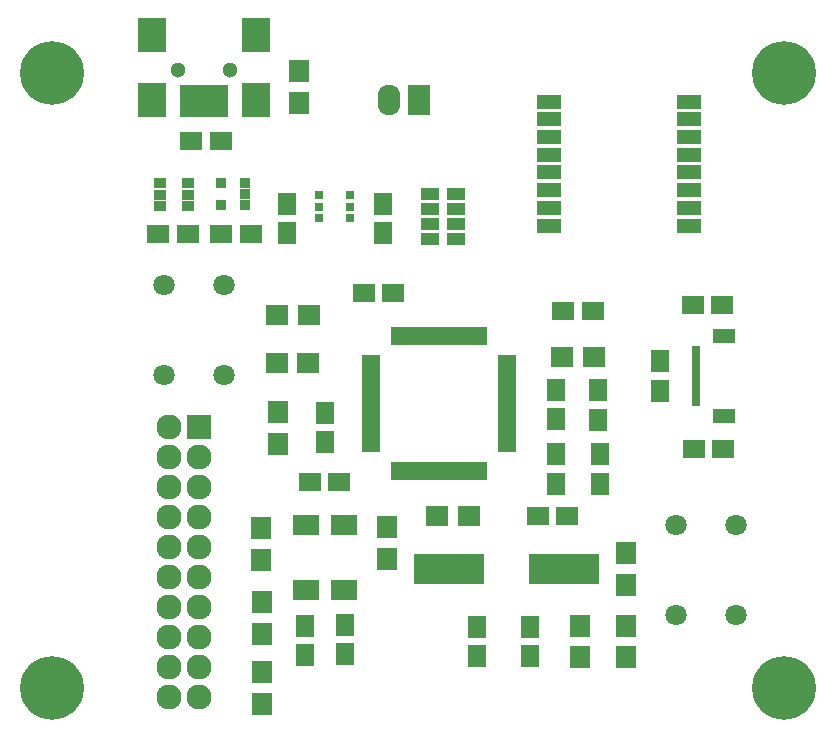
<source format=gts>
G04 #@! TF.FileFunction,Soldermask,Top*
%FSLAX46Y46*%
G04 Gerber Fmt 4.6, Leading zero omitted, Abs format (unit mm)*
G04 Created by KiCad (PCBNEW 4.0.1-3.201512161002+6197~38~ubuntu14.04.1-stable) date pet 18 dec 2015 18:38:33 CET*
%MOMM*%
G01*
G04 APERTURE LIST*
%ADD10C,0.100000*%
%ADD11R,1.600000X0.700000*%
%ADD12R,0.700000X1.600000*%
%ADD13R,1.650000X1.900000*%
%ADD14C,5.400000*%
%ADD15R,1.900000X1.650000*%
%ADD16R,0.700000X0.580000*%
%ADD17R,1.900000X1.250000*%
%ADD18R,1.500000X1.000000*%
%ADD19R,0.900000X0.850000*%
%ADD20R,1.000000X0.900000*%
%ADD21C,1.300000*%
%ADD22R,2.400000X2.900000*%
%ADD23R,0.900000X2.700000*%
%ADD24R,2.127200X2.127200*%
%ADD25O,2.127200X2.127200*%
%ADD26R,1.924000X2.597100*%
%ADD27O,1.924000X2.597100*%
%ADD28R,1.700000X1.900000*%
%ADD29R,1.900000X1.700000*%
%ADD30R,0.800000X0.800000*%
%ADD31C,1.797000*%
%ADD32R,6.000700X2.500580*%
%ADD33R,2.300000X1.700000*%
%ADD34R,2.100000X1.300000*%
G04 APERTURE END LIST*
D10*
D11*
X123525000Y-101700000D03*
X123525000Y-101200000D03*
X123525000Y-100700000D03*
X123525000Y-100200000D03*
X123525000Y-99700000D03*
X123525000Y-99200000D03*
X123525000Y-98700000D03*
X123525000Y-98200000D03*
X123525000Y-97700000D03*
X123525000Y-97200000D03*
X123525000Y-96700000D03*
X123525000Y-96200000D03*
X123525000Y-95700000D03*
X123525000Y-95200000D03*
X123525000Y-94700000D03*
X123525000Y-94200000D03*
X112025000Y-101700000D03*
X112025000Y-101200000D03*
X112025000Y-100700000D03*
X112025000Y-100200000D03*
X112025000Y-99700000D03*
X112025000Y-99200000D03*
X112025000Y-98700000D03*
X112025000Y-98200000D03*
X112025000Y-97700000D03*
X112025000Y-97200000D03*
X112025000Y-96700000D03*
X112025000Y-96200000D03*
X112025000Y-95700000D03*
X112025000Y-95200000D03*
X112025000Y-94700000D03*
D12*
X121525000Y-103700000D03*
X121025000Y-103700000D03*
X120525000Y-103700000D03*
X120025000Y-103700000D03*
X119525000Y-103700000D03*
X119025000Y-103700000D03*
X118525000Y-103700000D03*
X118025000Y-103700000D03*
X117525000Y-103700000D03*
X117025000Y-103700000D03*
X116525000Y-103700000D03*
X116025000Y-103700000D03*
X115525000Y-103700000D03*
X115025000Y-103700000D03*
X114525000Y-103700000D03*
X114025000Y-103700000D03*
X121525000Y-92200000D03*
X121025000Y-92200000D03*
X120525000Y-92200000D03*
X120025000Y-92200000D03*
X119525000Y-92200000D03*
X119025000Y-92200000D03*
X118525000Y-92200000D03*
X118025000Y-92200000D03*
X117525000Y-92200000D03*
X117025000Y-92200000D03*
X116525000Y-92200000D03*
X116025000Y-92200000D03*
X115525000Y-92200000D03*
X115025000Y-92200000D03*
X114525000Y-92200000D03*
X114025000Y-92200000D03*
D11*
X112025000Y-94200000D03*
D13*
X136475000Y-96885000D03*
X136475000Y-94385000D03*
D14*
X147000000Y-70000000D03*
X147000000Y-122000000D03*
X85000000Y-122000000D03*
D15*
X101834000Y-83566000D03*
X99334000Y-83566000D03*
X96530000Y-83580000D03*
X94030000Y-83580000D03*
X96794000Y-75692000D03*
X99294000Y-75692000D03*
X126150000Y-107500000D03*
X128650000Y-107500000D03*
D13*
X131400000Y-102250000D03*
X131400000Y-104750000D03*
X127700000Y-102250000D03*
X127700000Y-104750000D03*
X131275000Y-99325000D03*
X131275000Y-96825000D03*
X127700000Y-99300000D03*
X127700000Y-96800000D03*
D15*
X128300000Y-90150000D03*
X130800000Y-90150000D03*
X111425000Y-88625000D03*
X113925000Y-88625000D03*
D13*
X108125000Y-98725000D03*
X108125000Y-101225000D03*
X106470000Y-116750000D03*
X106470000Y-119250000D03*
X109800000Y-116670000D03*
X109800000Y-119170000D03*
X121000000Y-116850000D03*
X121000000Y-119350000D03*
X125500000Y-116850000D03*
X125500000Y-119350000D03*
X104902000Y-83546000D03*
X104902000Y-81046000D03*
X113030000Y-81046000D03*
X113030000Y-83546000D03*
D15*
X109350000Y-104600000D03*
X106850000Y-104600000D03*
X139335000Y-101785000D03*
X141835000Y-101785000D03*
X141765000Y-89585000D03*
X139265000Y-89585000D03*
D16*
X139535000Y-93375000D03*
X139535000Y-93875000D03*
X139535000Y-94375000D03*
X139535000Y-94875000D03*
X139535000Y-95375000D03*
X139535000Y-95875000D03*
X139535000Y-96375000D03*
X139535000Y-96875000D03*
X139535000Y-97375000D03*
X139535000Y-97875000D03*
D17*
X141885000Y-99025000D03*
X141885000Y-92225000D03*
D18*
X119210000Y-83992000D03*
X119210000Y-82742000D03*
X119210000Y-81492000D03*
X119210000Y-80242000D03*
X117010000Y-83992000D03*
X117010000Y-82742000D03*
X117010000Y-81492000D03*
X117010000Y-80242000D03*
D19*
X99284000Y-79264000D03*
X99284000Y-81164000D03*
X101384000Y-79264000D03*
X101384000Y-80214000D03*
X101384000Y-81164000D03*
D20*
X94120000Y-79314000D03*
X94120000Y-80264000D03*
X94120000Y-81214000D03*
X96520000Y-79314000D03*
X96520000Y-80264000D03*
X96520000Y-81214000D03*
D21*
X100076000Y-69718000D03*
D22*
X93476000Y-72218000D03*
X102276000Y-72218000D03*
X93476000Y-66718000D03*
X102276000Y-66718000D03*
D21*
X95676000Y-69718000D03*
D23*
X99476000Y-72318000D03*
X98676000Y-72318000D03*
X97876000Y-72318000D03*
X97076000Y-72318000D03*
X96276000Y-72318000D03*
D24*
X97475000Y-99915000D03*
D25*
X94935000Y-99915000D03*
X97475000Y-102455000D03*
X94935000Y-102455000D03*
X97475000Y-104995000D03*
X94935000Y-104995000D03*
X97475000Y-107535000D03*
X94935000Y-107535000D03*
X97475000Y-110075000D03*
X94935000Y-110075000D03*
X97475000Y-112615000D03*
X94935000Y-112615000D03*
X97475000Y-115155000D03*
X94935000Y-115155000D03*
X97475000Y-117695000D03*
X94935000Y-117695000D03*
X97475000Y-120235000D03*
X94935000Y-120235000D03*
X97475000Y-122775000D03*
X94935000Y-122775000D03*
D26*
X116078000Y-72212200D03*
D27*
X113538000Y-72212200D03*
D28*
X105918000Y-69770000D03*
X105918000Y-72470000D03*
X104150000Y-101350000D03*
X104150000Y-98650000D03*
D29*
X128200000Y-94025000D03*
X130900000Y-94025000D03*
D28*
X133600000Y-110650000D03*
X133600000Y-113350000D03*
X102750000Y-111200000D03*
X102750000Y-108500000D03*
X102775000Y-114750000D03*
X102775000Y-117450000D03*
X102800000Y-120725000D03*
X102800000Y-123425000D03*
D29*
X104030000Y-94480000D03*
X106730000Y-94480000D03*
X104060000Y-90424000D03*
X106760000Y-90424000D03*
D28*
X113420000Y-108390000D03*
X113420000Y-111090000D03*
X129700000Y-119450000D03*
X129700000Y-116750000D03*
X133600000Y-116750000D03*
X133600000Y-119450000D03*
D29*
X117650000Y-107500000D03*
X120350000Y-107500000D03*
D30*
X110236000Y-82280000D03*
X110236000Y-81280000D03*
X110236000Y-80280000D03*
X107636000Y-82280000D03*
X107636000Y-81280000D03*
X107636000Y-80280000D03*
D31*
X99568000Y-95504000D03*
X94488000Y-95504000D03*
X99568000Y-87884000D03*
X94488000Y-87884000D03*
D32*
X118651140Y-112000000D03*
X128348860Y-112000000D03*
D33*
X109760000Y-108250000D03*
X106560000Y-108250000D03*
X109760000Y-113750000D03*
X106560000Y-113750000D03*
D14*
X85000000Y-70000000D03*
D34*
X138934000Y-82890000D03*
X138934000Y-81390000D03*
X138934000Y-79890000D03*
X138934000Y-78390000D03*
X138934000Y-76890000D03*
X138934000Y-75390000D03*
X138934000Y-73890000D03*
X138934000Y-72390000D03*
X127134000Y-82890000D03*
X127134000Y-81390000D03*
X127134000Y-79890000D03*
X127134000Y-78390000D03*
X127134000Y-76890000D03*
X127134000Y-75390000D03*
X127134000Y-73890000D03*
X127134000Y-72390000D03*
D31*
X137835000Y-108240000D03*
X142915000Y-108240000D03*
X137835000Y-115860000D03*
X142915000Y-115860000D03*
M02*

</source>
